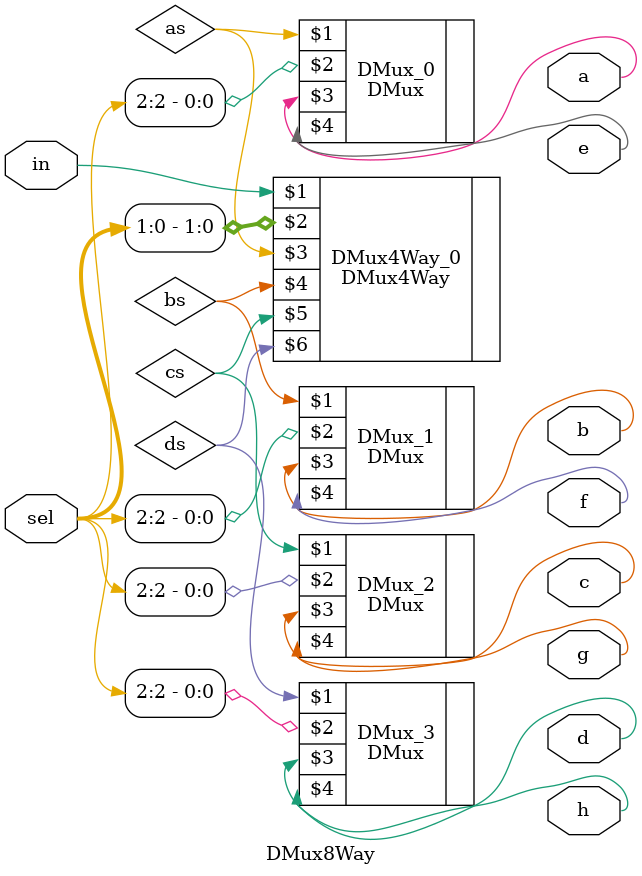
<source format=v>
/**
 * 8-way demultiplexor:
 * {a, b, c, d, e, f, g, h} = {in, 0, 0, 0, 0, 0, 0, 0} if sel == 000
 *                            {0, in, 0, 0, 0, 0, 0, 0} if sel == 001
 *                            etc.
 *                            {0, 0, 0, 0, 0, 0, 0, in} if sel == 111
 */

module DMux8Way(
	input wire in,
	input wire [2:0] sel,
    output wire a,
	output wire b,
	output wire c,
	output wire d,
	output wire e,
	output wire f,
	output wire g,
	output wire h
	);

// your implementation comes here:

wire as, bs, cs, ds;

DMux4Way DMux4Way_0(in, {sel[1], sel[0]}, as, bs, cs, ds );
DMux DMux_0(as, sel[2], a, e);
DMux DMux_1(bs, sel[2], b, f);
DMux DMux_2(cs, sel[2], c, g);
DMux DMux_3(ds, sel[2], d, h);

endmodule

</source>
